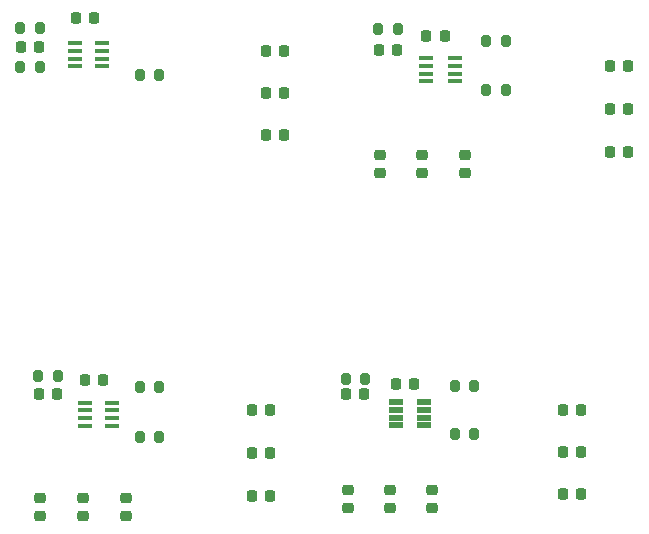
<source format=gtp>
%TF.GenerationSoftware,KiCad,Pcbnew,9.0.1*%
%TF.CreationDate,2025-04-24T13:25:23+07:00*%
%TF.ProjectId,push-button-controller,70757368-2d62-4757-9474-6f6e2d636f6e,rev?*%
%TF.SameCoordinates,Original*%
%TF.FileFunction,Paste,Top*%
%TF.FilePolarity,Positive*%
%FSLAX45Y45*%
G04 Gerber Fmt 4.5, Leading zero omitted, Abs format (unit mm)*
G04 Created by KiCad (PCBNEW 9.0.1) date 2025-04-24 13:25:23*
%MOMM*%
%LPD*%
G01*
G04 APERTURE LIST*
G04 Aperture macros list*
%AMRoundRect*
0 Rectangle with rounded corners*
0 $1 Rounding radius*
0 $2 $3 $4 $5 $6 $7 $8 $9 X,Y pos of 4 corners*
0 Add a 4 corners polygon primitive as box body*
4,1,4,$2,$3,$4,$5,$6,$7,$8,$9,$2,$3,0*
0 Add four circle primitives for the rounded corners*
1,1,$1+$1,$2,$3*
1,1,$1+$1,$4,$5*
1,1,$1+$1,$6,$7*
1,1,$1+$1,$8,$9*
0 Add four rect primitives between the rounded corners*
20,1,$1+$1,$2,$3,$4,$5,0*
20,1,$1+$1,$4,$5,$6,$7,0*
20,1,$1+$1,$6,$7,$8,$9,0*
20,1,$1+$1,$8,$9,$2,$3,0*%
G04 Aperture macros list end*
%ADD10RoundRect,0.225000X0.225000X0.250000X-0.225000X0.250000X-0.225000X-0.250000X0.225000X-0.250000X0*%
%ADD11RoundRect,0.200000X-0.200000X-0.275000X0.200000X-0.275000X0.200000X0.275000X-0.200000X0.275000X0*%
%ADD12RoundRect,0.225000X-0.225000X-0.250000X0.225000X-0.250000X0.225000X0.250000X-0.225000X0.250000X0*%
%ADD13R,1.219200X0.406400*%
%ADD14RoundRect,0.225000X-0.250000X0.225000X-0.250000X-0.225000X0.250000X-0.225000X0.250000X0.225000X0*%
%ADD15RoundRect,0.057500X-0.562500X-0.172500X0.562500X-0.172500X0.562500X0.172500X-0.562500X0.172500X0*%
%ADD16RoundRect,0.200000X0.200000X0.275000X-0.200000X0.275000X-0.200000X-0.275000X0.200000X-0.275000X0*%
G04 APERTURE END LIST*
D10*
%TO.C,C25*%
X10851240Y-7809260D03*
X10696240Y-7809260D03*
%TD*%
D11*
%TO.C,R9*%
X14637760Y-8175720D03*
X14802760Y-8175720D03*
%TD*%
D12*
%TO.C,C13*%
X12652980Y-10887220D03*
X12807980Y-10887220D03*
%TD*%
D13*
%TO.C,U1*%
X11235920Y-10822220D03*
X11235920Y-10887220D03*
X11235920Y-10952220D03*
X11235920Y-11017220D03*
X11464520Y-11017220D03*
X11464520Y-10952220D03*
X11464520Y-10887220D03*
X11464520Y-10822220D03*
%TD*%
D12*
%TO.C,C31*%
X12773960Y-8200420D03*
X12928960Y-8200420D03*
%TD*%
%TO.C,C29*%
X11161060Y-7567960D03*
X11316060Y-7567960D03*
%TD*%
%TO.C,C21*%
X15686100Y-8696420D03*
X15841100Y-8696420D03*
%TD*%
D14*
%TO.C,C8*%
X13463220Y-11557200D03*
X13463220Y-11712200D03*
%TD*%
D12*
%TO.C,C30*%
X12773960Y-7845420D03*
X12928960Y-7845420D03*
%TD*%
D14*
%TO.C,C23*%
X14096910Y-8724300D03*
X14096910Y-8879300D03*
%TD*%
D12*
%TO.C,C11*%
X12652980Y-11610380D03*
X12807980Y-11610380D03*
%TD*%
%TO.C,C18*%
X14129680Y-7718520D03*
X14284680Y-7718520D03*
%TD*%
D13*
%TO.C,U3*%
X14130980Y-7906480D03*
X14130980Y-7969980D03*
X14130980Y-8036020D03*
X14130980Y-8099520D03*
X14374820Y-8099520D03*
X14374820Y-8036020D03*
X14374820Y-7969980D03*
X14374820Y-7906480D03*
%TD*%
D14*
%TO.C,C24*%
X14455500Y-8724300D03*
X14455500Y-8879300D03*
%TD*%
D11*
%TO.C,R12*%
X11704700Y-8048020D03*
X11869700Y-8048020D03*
%TD*%
%TO.C,R8*%
X14637760Y-7756620D03*
X14802760Y-7756620D03*
%TD*%
D12*
%TO.C,C14*%
X12652980Y-11248800D03*
X12807980Y-11248800D03*
%TD*%
D14*
%TO.C,C12*%
X11588160Y-11625520D03*
X11588160Y-11780520D03*
%TD*%
D12*
%TO.C,C10*%
X11235920Y-10628600D03*
X11390920Y-10628600D03*
%TD*%
D11*
%TO.C,R2*%
X14370280Y-11087360D03*
X14535280Y-11087360D03*
%TD*%
%TO.C,R10*%
X10691240Y-7651780D03*
X10856240Y-7651780D03*
%TD*%
D14*
%TO.C,C7*%
X14174720Y-11557200D03*
X14174720Y-11712200D03*
%TD*%
D12*
%TO.C,C19*%
X15686100Y-7969980D03*
X15841100Y-7969980D03*
%TD*%
D10*
%TO.C,C17*%
X13880820Y-7835360D03*
X13725820Y-7835360D03*
%TD*%
D14*
%TO.C,C16*%
X11224600Y-11625520D03*
X11224600Y-11780520D03*
%TD*%
%TO.C,C15*%
X10861040Y-11625520D03*
X10861040Y-11780520D03*
%TD*%
D13*
%TO.C,U4*%
X11383340Y-7973320D03*
X11383340Y-7908320D03*
X11383340Y-7843320D03*
X11383340Y-7778320D03*
X11154740Y-7778320D03*
X11154740Y-7843320D03*
X11154740Y-7908320D03*
X11154740Y-7973320D03*
%TD*%
D12*
%TO.C,C4*%
X13872880Y-10663180D03*
X14027880Y-10663180D03*
%TD*%
D11*
%TO.C,R4*%
X10843540Y-10593040D03*
X11008540Y-10593040D03*
%TD*%
D15*
%TO.C,U2*%
X13872880Y-10818700D03*
X13872880Y-10883700D03*
X13872880Y-10948700D03*
X13872880Y-11013700D03*
X14109880Y-11013700D03*
X14109880Y-10948700D03*
X14109880Y-10883700D03*
X14109880Y-10818700D03*
%TD*%
D12*
%TO.C,C5*%
X15284600Y-11238930D03*
X15439600Y-11238930D03*
%TD*%
D14*
%TO.C,C9*%
X13818970Y-11557200D03*
X13818970Y-11712200D03*
%TD*%
%TO.C,C22*%
X13738320Y-8724300D03*
X13738320Y-8879300D03*
%TD*%
D16*
%TO.C,R11*%
X10856240Y-7976900D03*
X10691240Y-7976900D03*
%TD*%
D12*
%TO.C,C32*%
X12773960Y-8555420D03*
X12928960Y-8555420D03*
%TD*%
%TO.C,C6*%
X15284600Y-11594160D03*
X15439600Y-11594160D03*
%TD*%
D11*
%TO.C,R6*%
X11704600Y-11108660D03*
X11869600Y-11108660D03*
%TD*%
D12*
%TO.C,C20*%
X15686100Y-8333200D03*
X15841100Y-8333200D03*
%TD*%
D10*
%TO.C,C2*%
X11003540Y-10747980D03*
X10848540Y-10747980D03*
%TD*%
%TO.C,C1*%
X13605720Y-10749540D03*
X13450720Y-10749540D03*
%TD*%
D11*
%TO.C,R5*%
X11704600Y-10687020D03*
X11869600Y-10687020D03*
%TD*%
%TO.C,R7*%
X13720820Y-7660100D03*
X13885820Y-7660100D03*
%TD*%
%TO.C,R1*%
X13445720Y-10620000D03*
X13610720Y-10620000D03*
%TD*%
D12*
%TO.C,C3*%
X15284600Y-10883700D03*
X15439600Y-10883700D03*
%TD*%
D11*
%TO.C,R3*%
X14370280Y-10680960D03*
X14535280Y-10680960D03*
%TD*%
M02*

</source>
